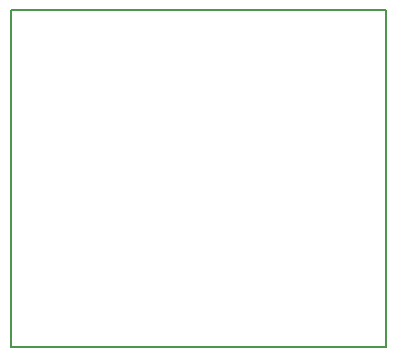
<source format=gbr>
%TF.GenerationSoftware,KiCad,Pcbnew,7.0.8*%
%TF.CreationDate,2023-11-09T12:13:35+01:00*%
%TF.ProjectId,travel_pressure_pcb,74726176-656c-45f7-9072-657373757265,rev?*%
%TF.SameCoordinates,Original*%
%TF.FileFunction,Profile,NP*%
%FSLAX46Y46*%
G04 Gerber Fmt 4.6, Leading zero omitted, Abs format (unit mm)*
G04 Created by KiCad (PCBNEW 7.0.8) date 2023-11-09 12:13:35*
%MOMM*%
%LPD*%
G01*
G04 APERTURE LIST*
%TA.AperFunction,Profile*%
%ADD10C,0.200000*%
%TD*%
G04 APERTURE END LIST*
D10*
X100298000Y-72491600D02*
X132080000Y-72491600D01*
X132080000Y-101092000D01*
X100298000Y-101092000D01*
X100298000Y-72491600D01*
M02*

</source>
